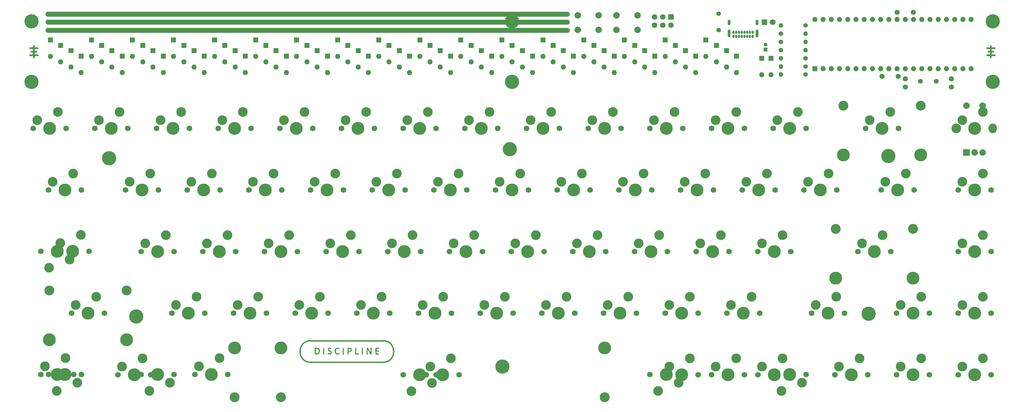
<source format=gbr>
%TF.GenerationSoftware,KiCad,Pcbnew,(6.0.6)*%
%TF.CreationDate,2023-05-08T18:10:17+05:30*%
%TF.ProjectId,discipline-pcb,64697363-6970-46c6-996e-652d7063622e,rev?*%
%TF.SameCoordinates,Original*%
%TF.FileFunction,Soldermask,Top*%
%TF.FilePolarity,Negative*%
%FSLAX46Y46*%
G04 Gerber Fmt 4.6, Leading zero omitted, Abs format (unit mm)*
G04 Created by KiCad (PCBNEW (6.0.6)) date 2023-05-08 18:10:17*
%MOMM*%
%LPD*%
G01*
G04 APERTURE LIST*
%ADD10C,1.500000*%
%ADD11C,0.010000*%
%ADD12C,0.400000*%
%ADD13C,3.987800*%
%ADD14C,3.000000*%
%ADD15C,1.750000*%
%ADD16C,3.048000*%
%ADD17C,4.400000*%
%ADD18R,1.600000X1.600000*%
%ADD19O,1.600000X1.600000*%
%ADD20C,1.400000*%
%ADD21O,1.400000X1.400000*%
%ADD22C,2.000000*%
%ADD23R,1.800000X1.800000*%
%ADD24C,1.800000*%
%ADD25R,1.200000X1.200000*%
%ADD26C,1.200000*%
%ADD27C,1.600000*%
%ADD28O,0.650000X1.000000*%
%ADD29O,0.900000X1.700000*%
%ADD30O,0.900000X2.400000*%
%ADD31C,1.500000*%
%ADD32R,1.700000X1.700000*%
%ADD33C,1.700000*%
%ADD34R,2.000000X2.000000*%
%ADD35O,3.000000X3.000000*%
%ADD36O,2.500000X3.000000*%
G04 APERTURE END LIST*
D10*
X223254308Y-64469560D02*
X62883004Y-64469560D01*
X223254308Y-61986290D02*
X62883004Y-61986290D01*
X223254308Y-59503020D02*
X62883004Y-59503020D01*
%TO.C,G\u002A\u002A\u002A*%
G36*
X58671725Y-69739610D02*
G01*
X59241108Y-69741787D01*
X59810491Y-69743963D01*
X59810491Y-70150363D01*
X58671725Y-70154715D01*
X58671725Y-70814996D01*
X59391392Y-70814996D01*
X59391392Y-71246796D01*
X58671725Y-71246796D01*
X58671725Y-71924010D01*
X59241108Y-71926187D01*
X59810491Y-71928363D01*
X59812754Y-72142146D01*
X59815016Y-72355929D01*
X58671725Y-72355929D01*
X58671725Y-72973996D01*
X58231458Y-72973996D01*
X58231458Y-72355929D01*
X57096925Y-72355929D01*
X57096925Y-71924130D01*
X58231458Y-71924130D01*
X58231458Y-71246796D01*
X57520258Y-71246796D01*
X57520258Y-70814996D01*
X58231458Y-70814996D01*
X58231458Y-70154596D01*
X57096925Y-70154596D01*
X57096925Y-69739730D01*
X58231239Y-69739730D01*
X58235691Y-69151296D01*
X58453708Y-69149037D01*
X58671725Y-69146777D01*
X58671725Y-69739610D01*
G37*
D11*
X58671725Y-69739610D02*
X59241108Y-69741787D01*
X59810491Y-69743963D01*
X59810491Y-70150363D01*
X58671725Y-70154715D01*
X58671725Y-70814996D01*
X59391392Y-70814996D01*
X59391392Y-71246796D01*
X58671725Y-71246796D01*
X58671725Y-71924010D01*
X59241108Y-71926187D01*
X59810491Y-71928363D01*
X59812754Y-72142146D01*
X59815016Y-72355929D01*
X58671725Y-72355929D01*
X58671725Y-72973996D01*
X58231458Y-72973996D01*
X58231458Y-72355929D01*
X57096925Y-72355929D01*
X57096925Y-71924130D01*
X58231458Y-71924130D01*
X58231458Y-71246796D01*
X57520258Y-71246796D01*
X57520258Y-70814996D01*
X58231458Y-70814996D01*
X58231458Y-70154596D01*
X57096925Y-70154596D01*
X57096925Y-69739730D01*
X58231239Y-69739730D01*
X58235691Y-69151296D01*
X58453708Y-69149037D01*
X58671725Y-69146777D01*
X58671725Y-69739610D01*
G36*
X354287356Y-69739610D02*
G01*
X354856739Y-69741787D01*
X355426122Y-69743963D01*
X355426122Y-70150363D01*
X354287356Y-70154715D01*
X354287356Y-70814996D01*
X355007023Y-70814996D01*
X355007023Y-71246796D01*
X354287356Y-71246796D01*
X354287356Y-71924010D01*
X354856739Y-71926187D01*
X355426122Y-71928363D01*
X355428385Y-72142146D01*
X355430647Y-72355929D01*
X354287356Y-72355929D01*
X354287356Y-72973996D01*
X353847089Y-72973996D01*
X353847089Y-72355929D01*
X352712556Y-72355929D01*
X352712556Y-71924130D01*
X353847089Y-71924130D01*
X353847089Y-71246796D01*
X353135889Y-71246796D01*
X353135889Y-70814996D01*
X353847089Y-70814996D01*
X353847089Y-70154596D01*
X352712556Y-70154596D01*
X352712556Y-69739730D01*
X353846870Y-69739730D01*
X353851322Y-69151296D01*
X354069339Y-69149037D01*
X354287356Y-69146777D01*
X354287356Y-69739610D01*
G37*
X354287356Y-69739610D02*
X354856739Y-69741787D01*
X355426122Y-69743963D01*
X355426122Y-70150363D01*
X354287356Y-70154715D01*
X354287356Y-70814996D01*
X355007023Y-70814996D01*
X355007023Y-71246796D01*
X354287356Y-71246796D01*
X354287356Y-71924010D01*
X354856739Y-71926187D01*
X355426122Y-71928363D01*
X355428385Y-72142146D01*
X355430647Y-72355929D01*
X354287356Y-72355929D01*
X354287356Y-72973996D01*
X353847089Y-72973996D01*
X353847089Y-72355929D01*
X352712556Y-72355929D01*
X352712556Y-71924130D01*
X353847089Y-71924130D01*
X353847089Y-71246796D01*
X353135889Y-71246796D01*
X353135889Y-70814996D01*
X353847089Y-70814996D01*
X353847089Y-70154596D01*
X352712556Y-70154596D01*
X352712556Y-69739730D01*
X353846870Y-69739730D01*
X353851322Y-69151296D01*
X354069339Y-69149037D01*
X354287356Y-69146777D01*
X354287356Y-69739610D01*
D12*
X144037456Y-167154210D02*
X166337456Y-167154210D01*
X144057456Y-160474210D02*
X166337456Y-160474210D01*
X166327456Y-167154210D02*
G75*
G03*
X166327456Y-160474210I0J3340000D01*
G01*
X144027456Y-160474210D02*
G75*
G03*
X144027456Y-167154210I0J-3340000D01*
G01*
G36*
X154155374Y-164646292D02*
G01*
X154040082Y-164646292D01*
X153959195Y-164635741D01*
X153911587Y-164609863D01*
X153908977Y-164605085D01*
X153905221Y-164562951D01*
X153902376Y-164464122D01*
X153900505Y-164317194D01*
X153899669Y-164130761D01*
X153899931Y-163913418D01*
X153901352Y-163673761D01*
X153901840Y-163617489D01*
X153910515Y-162671099D01*
X154032944Y-162660967D01*
X154155374Y-162650834D01*
X154155374Y-164646292D01*
G37*
D11*
X154155374Y-164646292D02*
X154040082Y-164646292D01*
X153959195Y-164635741D01*
X153911587Y-164609863D01*
X153908977Y-164605085D01*
X153905221Y-164562951D01*
X153902376Y-164464122D01*
X153900505Y-164317194D01*
X153899669Y-164130761D01*
X153899931Y-163913418D01*
X153901352Y-163673761D01*
X153901840Y-163617489D01*
X153910515Y-162671099D01*
X154032944Y-162660967D01*
X154155374Y-162650834D01*
X154155374Y-164646292D01*
G36*
X150058620Y-162650150D02*
G01*
X150181691Y-162684296D01*
X150274180Y-162728554D01*
X150316406Y-162773391D01*
X150334272Y-162857763D01*
X150327489Y-162931595D01*
X150307760Y-162961945D01*
X150264101Y-162958916D01*
X150187416Y-162930900D01*
X150153942Y-162914901D01*
X149996013Y-162858251D01*
X149846929Y-162847564D01*
X149717597Y-162878974D01*
X149618923Y-162948617D01*
X149561814Y-163052629D01*
X149552032Y-163128169D01*
X149575421Y-163240997D01*
X149649293Y-163340158D01*
X149779204Y-163431459D01*
X149898620Y-163490354D01*
X150125834Y-163606298D01*
X150289152Y-163724770D01*
X150372520Y-163819849D01*
X150414719Y-163927832D01*
X150432425Y-164068767D01*
X150424946Y-164214800D01*
X150391589Y-164338078D01*
X150385724Y-164350194D01*
X150276350Y-164493769D01*
X150122757Y-164598390D01*
X149935744Y-164660265D01*
X149726111Y-164675603D01*
X149535708Y-164648620D01*
X149419119Y-164610095D01*
X149316971Y-164558593D01*
X149253173Y-164506351D01*
X149250539Y-164502652D01*
X149229230Y-164437173D01*
X149229852Y-164361057D01*
X149251456Y-164308359D01*
X149256050Y-164304820D01*
X149300715Y-164307535D01*
X149379113Y-164335935D01*
X149422808Y-164356995D01*
X149596979Y-164424087D01*
X149764628Y-164446056D01*
X149915771Y-164426186D01*
X150040425Y-164367761D01*
X150128607Y-164274064D01*
X150170333Y-164148378D01*
X150172340Y-164110470D01*
X150150853Y-164021260D01*
X150082869Y-163932090D01*
X149963105Y-163838044D01*
X149786278Y-163734206D01*
X149744317Y-163712201D01*
X149560379Y-163608427D01*
X149431276Y-163511457D01*
X149348801Y-163411095D01*
X149304745Y-163297144D01*
X149290899Y-163159409D01*
X149290849Y-163148930D01*
X149316523Y-162961799D01*
X149393178Y-162815336D01*
X149520261Y-162710107D01*
X149697220Y-162646681D01*
X149793478Y-162631877D01*
X149923154Y-162631036D01*
X150058620Y-162650150D01*
G37*
X150058620Y-162650150D02*
X150181691Y-162684296D01*
X150274180Y-162728554D01*
X150316406Y-162773391D01*
X150334272Y-162857763D01*
X150327489Y-162931595D01*
X150307760Y-162961945D01*
X150264101Y-162958916D01*
X150187416Y-162930900D01*
X150153942Y-162914901D01*
X149996013Y-162858251D01*
X149846929Y-162847564D01*
X149717597Y-162878974D01*
X149618923Y-162948617D01*
X149561814Y-163052629D01*
X149552032Y-163128169D01*
X149575421Y-163240997D01*
X149649293Y-163340158D01*
X149779204Y-163431459D01*
X149898620Y-163490354D01*
X150125834Y-163606298D01*
X150289152Y-163724770D01*
X150372520Y-163819849D01*
X150414719Y-163927832D01*
X150432425Y-164068767D01*
X150424946Y-164214800D01*
X150391589Y-164338078D01*
X150385724Y-164350194D01*
X150276350Y-164493769D01*
X150122757Y-164598390D01*
X149935744Y-164660265D01*
X149726111Y-164675603D01*
X149535708Y-164648620D01*
X149419119Y-164610095D01*
X149316971Y-164558593D01*
X149253173Y-164506351D01*
X149250539Y-164502652D01*
X149229230Y-164437173D01*
X149229852Y-164361057D01*
X149251456Y-164308359D01*
X149256050Y-164304820D01*
X149300715Y-164307535D01*
X149379113Y-164335935D01*
X149422808Y-164356995D01*
X149596979Y-164424087D01*
X149764628Y-164446056D01*
X149915771Y-164426186D01*
X150040425Y-164367761D01*
X150128607Y-164274064D01*
X150170333Y-164148378D01*
X150172340Y-164110470D01*
X150150853Y-164021260D01*
X150082869Y-163932090D01*
X149963105Y-163838044D01*
X149786278Y-163734206D01*
X149744317Y-163712201D01*
X149560379Y-163608427D01*
X149431276Y-163511457D01*
X149348801Y-163411095D01*
X149304745Y-163297144D01*
X149290899Y-163159409D01*
X149290849Y-163148930D01*
X149316523Y-162961799D01*
X149393178Y-162815336D01*
X149520261Y-162710107D01*
X149697220Y-162646681D01*
X149793478Y-162631877D01*
X149923154Y-162631036D01*
X150058620Y-162650150D01*
G36*
X148131852Y-164629968D02*
G01*
X148025522Y-164640216D01*
X147939522Y-164635155D01*
X147902579Y-164607170D01*
X147898618Y-164564485D01*
X147895587Y-164465130D01*
X147893557Y-164317724D01*
X147892596Y-164130887D01*
X147892773Y-163913238D01*
X147894159Y-163673398D01*
X147894642Y-163617489D01*
X147903317Y-162671099D01*
X148131852Y-162671099D01*
X148131852Y-164629968D01*
G37*
X148131852Y-164629968D02*
X148025522Y-164640216D01*
X147939522Y-164635155D01*
X147902579Y-164607170D01*
X147898618Y-164564485D01*
X147895587Y-164465130D01*
X147893557Y-164317724D01*
X147892596Y-164130887D01*
X147892773Y-163913238D01*
X147894159Y-163673398D01*
X147894642Y-163617489D01*
X147903317Y-162671099D01*
X148131852Y-162671099D01*
X148131852Y-164629968D01*
G36*
X145844792Y-162663531D02*
G01*
X146057901Y-162687634D01*
X146234495Y-162736457D01*
X146387427Y-162812457D01*
X146394580Y-162816950D01*
X146546193Y-162950535D01*
X146660045Y-163130150D01*
X146732980Y-163346453D01*
X146761840Y-163590101D01*
X146743731Y-163850102D01*
X146681412Y-164098167D01*
X146579948Y-164296471D01*
X146436000Y-164449859D01*
X146254602Y-164559414D01*
X146163426Y-164588215D01*
X146035359Y-164612240D01*
X145884217Y-164630801D01*
X145723819Y-164643212D01*
X145567982Y-164648785D01*
X145430523Y-164646834D01*
X145325259Y-164636671D01*
X145266009Y-164617610D01*
X145258782Y-164608931D01*
X145254647Y-164565780D01*
X145251459Y-164465980D01*
X145250753Y-164417758D01*
X145503703Y-164417758D01*
X145757967Y-164417758D01*
X145915175Y-164412346D01*
X146032635Y-164393063D01*
X146135227Y-164355341D01*
X146157903Y-164344300D01*
X146295793Y-164246591D01*
X146392863Y-164109937D01*
X146452488Y-163927864D01*
X146476152Y-163734335D01*
X146474971Y-163502917D01*
X146439735Y-163316878D01*
X146367335Y-163164100D01*
X146310872Y-163090229D01*
X146204191Y-162989823D01*
X146084972Y-162926035D01*
X145936269Y-162892618D01*
X145749610Y-162883310D01*
X145503703Y-162883310D01*
X145503703Y-164417758D01*
X145250753Y-164417758D01*
X145249295Y-164318171D01*
X145248228Y-164130992D01*
X145248335Y-163913086D01*
X145249689Y-163673092D01*
X145250169Y-163617489D01*
X145256898Y-162883310D01*
X145258844Y-162671099D01*
X145582316Y-162661693D01*
X145844792Y-162663531D01*
G37*
X145844792Y-162663531D02*
X146057901Y-162687634D01*
X146234495Y-162736457D01*
X146387427Y-162812457D01*
X146394580Y-162816950D01*
X146546193Y-162950535D01*
X146660045Y-163130150D01*
X146732980Y-163346453D01*
X146761840Y-163590101D01*
X146743731Y-163850102D01*
X146681412Y-164098167D01*
X146579948Y-164296471D01*
X146436000Y-164449859D01*
X146254602Y-164559414D01*
X146163426Y-164588215D01*
X146035359Y-164612240D01*
X145884217Y-164630801D01*
X145723819Y-164643212D01*
X145567982Y-164648785D01*
X145430523Y-164646834D01*
X145325259Y-164636671D01*
X145266009Y-164617610D01*
X145258782Y-164608931D01*
X145254647Y-164565780D01*
X145251459Y-164465980D01*
X145250753Y-164417758D01*
X145503703Y-164417758D01*
X145757967Y-164417758D01*
X145915175Y-164412346D01*
X146032635Y-164393063D01*
X146135227Y-164355341D01*
X146157903Y-164344300D01*
X146295793Y-164246591D01*
X146392863Y-164109937D01*
X146452488Y-163927864D01*
X146476152Y-163734335D01*
X146474971Y-163502917D01*
X146439735Y-163316878D01*
X146367335Y-163164100D01*
X146310872Y-163090229D01*
X146204191Y-162989823D01*
X146084972Y-162926035D01*
X145936269Y-162892618D01*
X145749610Y-162883310D01*
X145503703Y-162883310D01*
X145503703Y-164417758D01*
X145250753Y-164417758D01*
X145249295Y-164318171D01*
X145248228Y-164130992D01*
X145248335Y-163913086D01*
X145249689Y-163673092D01*
X145250169Y-163617489D01*
X145256898Y-162883310D01*
X145258844Y-162671099D01*
X145582316Y-162661693D01*
X145844792Y-162663531D01*
G36*
X155863650Y-162660711D02*
G01*
X156033793Y-162669015D01*
X156154340Y-162680525D01*
X156240993Y-162698121D01*
X156309451Y-162724684D01*
X156356603Y-162751175D01*
X156483192Y-162851186D01*
X156561203Y-162971445D01*
X156597976Y-163126571D01*
X156603301Y-163242436D01*
X156579591Y-163453977D01*
X156508446Y-163622394D01*
X156388472Y-163748994D01*
X156218272Y-163835080D01*
X155996453Y-163881960D01*
X155912375Y-163889009D01*
X155657173Y-163903782D01*
X155657173Y-164646292D01*
X155548347Y-164646292D01*
X155467677Y-164640319D01*
X155419230Y-164625812D01*
X155417756Y-164624527D01*
X155412174Y-164587498D01*
X155407121Y-164493586D01*
X155402789Y-164351203D01*
X155399368Y-164168760D01*
X155397049Y-163954668D01*
X155396024Y-163717340D01*
X155395991Y-163665414D01*
X155396428Y-163387409D01*
X155397256Y-163269643D01*
X155657173Y-163269643D01*
X155658914Y-163422368D01*
X155663650Y-163550448D01*
X155670653Y-163640207D01*
X155678938Y-163677740D01*
X155730938Y-163694686D01*
X155824375Y-163698293D01*
X155936910Y-163689223D01*
X156046201Y-163668137D01*
X156051371Y-163666725D01*
X156190303Y-163602535D01*
X156281681Y-163497595D01*
X156329504Y-163346643D01*
X156335892Y-163292377D01*
X156341468Y-163185561D01*
X156329626Y-163116034D01*
X156290997Y-163056290D01*
X156235758Y-162998296D01*
X156171379Y-162937956D01*
X156115104Y-162903537D01*
X156045070Y-162887790D01*
X155939416Y-162883466D01*
X155888973Y-162883310D01*
X155657173Y-162883310D01*
X155657173Y-163269643D01*
X155397256Y-163269643D01*
X155397972Y-163167721D01*
X155400974Y-162999379D01*
X155405476Y-162883310D01*
X155405783Y-162875408D01*
X155412749Y-162788836D01*
X155422223Y-162732690D01*
X155434555Y-162699996D01*
X155445090Y-162687318D01*
X155493218Y-162668250D01*
X155585445Y-162658270D01*
X155729471Y-162656887D01*
X155863650Y-162660711D01*
G37*
X155863650Y-162660711D02*
X156033793Y-162669015D01*
X156154340Y-162680525D01*
X156240993Y-162698121D01*
X156309451Y-162724684D01*
X156356603Y-162751175D01*
X156483192Y-162851186D01*
X156561203Y-162971445D01*
X156597976Y-163126571D01*
X156603301Y-163242436D01*
X156579591Y-163453977D01*
X156508446Y-163622394D01*
X156388472Y-163748994D01*
X156218272Y-163835080D01*
X155996453Y-163881960D01*
X155912375Y-163889009D01*
X155657173Y-163903782D01*
X155657173Y-164646292D01*
X155548347Y-164646292D01*
X155467677Y-164640319D01*
X155419230Y-164625812D01*
X155417756Y-164624527D01*
X155412174Y-164587498D01*
X155407121Y-164493586D01*
X155402789Y-164351203D01*
X155399368Y-164168760D01*
X155397049Y-163954668D01*
X155396024Y-163717340D01*
X155395991Y-163665414D01*
X155396428Y-163387409D01*
X155397256Y-163269643D01*
X155657173Y-163269643D01*
X155658914Y-163422368D01*
X155663650Y-163550448D01*
X155670653Y-163640207D01*
X155678938Y-163677740D01*
X155730938Y-163694686D01*
X155824375Y-163698293D01*
X155936910Y-163689223D01*
X156046201Y-163668137D01*
X156051371Y-163666725D01*
X156190303Y-163602535D01*
X156281681Y-163497595D01*
X156329504Y-163346643D01*
X156335892Y-163292377D01*
X156341468Y-163185561D01*
X156329626Y-163116034D01*
X156290997Y-163056290D01*
X156235758Y-162998296D01*
X156171379Y-162937956D01*
X156115104Y-162903537D01*
X156045070Y-162887790D01*
X155939416Y-162883466D01*
X155888973Y-162883310D01*
X155657173Y-162883310D01*
X155657173Y-163269643D01*
X155397256Y-163269643D01*
X155397972Y-163167721D01*
X155400974Y-162999379D01*
X155405476Y-162883310D01*
X155405783Y-162875408D01*
X155412749Y-162788836D01*
X155422223Y-162732690D01*
X155434555Y-162699996D01*
X155445090Y-162687318D01*
X155493218Y-162668250D01*
X155585445Y-162658270D01*
X155729471Y-162656887D01*
X155863650Y-162660711D01*
G36*
X162734069Y-163640268D02*
G01*
X162725425Y-164629968D01*
X162611158Y-164639583D01*
X162517601Y-164634566D01*
X162445477Y-164609338D01*
X162442159Y-164606936D01*
X162412497Y-164568132D01*
X162356197Y-164479783D01*
X162277860Y-164349678D01*
X162182092Y-164185608D01*
X162073495Y-163995362D01*
X161956674Y-163786732D01*
X161944856Y-163765409D01*
X161502285Y-162966146D01*
X161493546Y-163798057D01*
X161484808Y-164629968D01*
X161378221Y-164640235D01*
X161271634Y-164650501D01*
X161280277Y-163660800D01*
X161288921Y-162671099D01*
X161440339Y-162661298D01*
X161541129Y-162660739D01*
X161603506Y-162681279D01*
X161652550Y-162730572D01*
X161684699Y-162780561D01*
X161742835Y-162879148D01*
X161821926Y-163017470D01*
X161916944Y-163186666D01*
X162022859Y-163377872D01*
X162105117Y-163527999D01*
X162496890Y-164246351D01*
X162529538Y-162671099D01*
X162636125Y-162660833D01*
X162742713Y-162650567D01*
X162734069Y-163640268D01*
G37*
X162734069Y-163640268D02*
X162725425Y-164629968D01*
X162611158Y-164639583D01*
X162517601Y-164634566D01*
X162445477Y-164609338D01*
X162442159Y-164606936D01*
X162412497Y-164568132D01*
X162356197Y-164479783D01*
X162277860Y-164349678D01*
X162182092Y-164185608D01*
X162073495Y-163995362D01*
X161956674Y-163786732D01*
X161944856Y-163765409D01*
X161502285Y-162966146D01*
X161493546Y-163798057D01*
X161484808Y-164629968D01*
X161378221Y-164640235D01*
X161271634Y-164650501D01*
X161280277Y-163660800D01*
X161288921Y-162671099D01*
X161440339Y-162661298D01*
X161541129Y-162660739D01*
X161603506Y-162681279D01*
X161652550Y-162730572D01*
X161684699Y-162780561D01*
X161742835Y-162879148D01*
X161821926Y-163017470D01*
X161916944Y-163186666D01*
X162022859Y-163377872D01*
X162105117Y-163527999D01*
X162496890Y-164246351D01*
X162529538Y-162671099D01*
X162636125Y-162660833D01*
X162742713Y-162650567D01*
X162734069Y-163640268D01*
G36*
X164749072Y-162655368D02*
G01*
X164884771Y-162657925D01*
X164975079Y-162663614D01*
X165029945Y-162673607D01*
X165059319Y-162689070D01*
X165073151Y-162711174D01*
X165074608Y-162715472D01*
X165081021Y-162794519D01*
X165073315Y-162829739D01*
X165056010Y-162852466D01*
X165017542Y-162867835D01*
X164947162Y-162877197D01*
X164834122Y-162881902D01*
X164667674Y-162883300D01*
X164646928Y-162883310D01*
X164241098Y-162883310D01*
X164250485Y-163185303D01*
X164259872Y-163487295D01*
X164610836Y-163496561D01*
X164961800Y-163505828D01*
X164961800Y-163699506D01*
X164243548Y-163699506D01*
X164243548Y-164415807D01*
X165076068Y-164434081D01*
X165076068Y-164629968D01*
X164569186Y-164638922D01*
X164353731Y-164640947D01*
X164197101Y-164638059D01*
X164092985Y-164629900D01*
X164035072Y-164616111D01*
X164022335Y-164607907D01*
X164009968Y-164563582D01*
X163999695Y-164464305D01*
X163991522Y-164320384D01*
X163985452Y-164142124D01*
X163981490Y-163939834D01*
X163979639Y-163723818D01*
X163979905Y-163504386D01*
X163982291Y-163291842D01*
X163986802Y-163096495D01*
X163993442Y-162928651D01*
X164002214Y-162798616D01*
X164013125Y-162716699D01*
X164021543Y-162693953D01*
X164067798Y-162676565D01*
X164168692Y-162664409D01*
X164327682Y-162657231D01*
X164548224Y-162654779D01*
X164558032Y-162654776D01*
X164749072Y-162655368D01*
G37*
X164749072Y-162655368D02*
X164884771Y-162657925D01*
X164975079Y-162663614D01*
X165029945Y-162673607D01*
X165059319Y-162689070D01*
X165073151Y-162711174D01*
X165074608Y-162715472D01*
X165081021Y-162794519D01*
X165073315Y-162829739D01*
X165056010Y-162852466D01*
X165017542Y-162867835D01*
X164947162Y-162877197D01*
X164834122Y-162881902D01*
X164667674Y-162883300D01*
X164646928Y-162883310D01*
X164241098Y-162883310D01*
X164250485Y-163185303D01*
X164259872Y-163487295D01*
X164610836Y-163496561D01*
X164961800Y-163505828D01*
X164961800Y-163699506D01*
X164243548Y-163699506D01*
X164243548Y-164415807D01*
X165076068Y-164434081D01*
X165076068Y-164629968D01*
X164569186Y-164638922D01*
X164353731Y-164640947D01*
X164197101Y-164638059D01*
X164092985Y-164629900D01*
X164035072Y-164616111D01*
X164022335Y-164607907D01*
X164009968Y-164563582D01*
X163999695Y-164464305D01*
X163991522Y-164320384D01*
X163985452Y-164142124D01*
X163981490Y-163939834D01*
X163979639Y-163723818D01*
X163979905Y-163504386D01*
X163982291Y-163291842D01*
X163986802Y-163096495D01*
X163993442Y-162928651D01*
X164002214Y-162798616D01*
X164013125Y-162716699D01*
X164021543Y-162693953D01*
X164067798Y-162676565D01*
X164168692Y-162664409D01*
X164327682Y-162657231D01*
X164548224Y-162654779D01*
X164558032Y-162654776D01*
X164749072Y-162655368D01*
G36*
X157869063Y-162660967D02*
G01*
X157991492Y-162671099D01*
X158008878Y-164415629D01*
X158742392Y-164434081D01*
X158742392Y-164629968D01*
X158267114Y-164638967D01*
X158097108Y-164640682D01*
X157950808Y-164639315D01*
X157840400Y-164635199D01*
X157778070Y-164628668D01*
X157769235Y-164625364D01*
X157763550Y-164588205D01*
X157758388Y-164493994D01*
X157753938Y-164350974D01*
X157750385Y-164167387D01*
X157747916Y-163951478D01*
X157746718Y-163711488D01*
X157746633Y-163626798D01*
X157746633Y-162650834D01*
X157869063Y-162660967D01*
G37*
X157869063Y-162660967D02*
X157991492Y-162671099D01*
X158008878Y-164415629D01*
X158742392Y-164434081D01*
X158742392Y-164629968D01*
X158267114Y-164638967D01*
X158097108Y-164640682D01*
X157950808Y-164639315D01*
X157840400Y-164635199D01*
X157778070Y-164628668D01*
X157769235Y-164625364D01*
X157763550Y-164588205D01*
X157758388Y-164493994D01*
X157753938Y-164350974D01*
X157750385Y-164167387D01*
X157747916Y-163951478D01*
X157746718Y-163711488D01*
X157746633Y-163626798D01*
X157746633Y-162650834D01*
X157869063Y-162660967D01*
G36*
X152408386Y-162635959D02*
G01*
X152621244Y-162690119D01*
X152679962Y-162716878D01*
X152784487Y-162784344D01*
X152836756Y-162860616D01*
X152849461Y-162949349D01*
X152834489Y-163012693D01*
X152786729Y-163026512D01*
X152701921Y-162991031D01*
X152651765Y-162959858D01*
X152513590Y-162891158D01*
X152352941Y-162860803D01*
X152332306Y-162859344D01*
X152143062Y-162872186D01*
X151989583Y-162938547D01*
X151866387Y-163061565D01*
X151806649Y-163160111D01*
X151768065Y-163242415D01*
X151743490Y-163320306D01*
X151729877Y-163412270D01*
X151724181Y-163536793D01*
X151723274Y-163666152D01*
X151725317Y-163830258D01*
X151733073Y-163946696D01*
X151749257Y-164033021D01*
X151776585Y-164106793D01*
X151798048Y-164149694D01*
X151908533Y-164293309D01*
X152054800Y-164390362D01*
X152224605Y-164438527D01*
X152405703Y-164435479D01*
X152585849Y-164378891D01*
X152687818Y-164318677D01*
X152759436Y-164274662D01*
X152811380Y-164254634D01*
X152813691Y-164254519D01*
X152844489Y-164280286D01*
X152849916Y-164343086D01*
X152833021Y-164421166D01*
X152796856Y-164492776D01*
X152777122Y-164515256D01*
X152656447Y-164591254D01*
X152493250Y-164643959D01*
X152307205Y-164669959D01*
X152117982Y-164665847D01*
X152012312Y-164647796D01*
X151824801Y-164571180D01*
X151668871Y-164441890D01*
X151547844Y-164266117D01*
X151465039Y-164050050D01*
X151423778Y-163799878D01*
X151424759Y-163552590D01*
X151466364Y-163300088D01*
X151547477Y-163078068D01*
X151663241Y-162897078D01*
X151776084Y-162789979D01*
X151967945Y-162687333D01*
X152184666Y-162635512D01*
X152408386Y-162635959D01*
G37*
X152408386Y-162635959D02*
X152621244Y-162690119D01*
X152679962Y-162716878D01*
X152784487Y-162784344D01*
X152836756Y-162860616D01*
X152849461Y-162949349D01*
X152834489Y-163012693D01*
X152786729Y-163026512D01*
X152701921Y-162991031D01*
X152651765Y-162959858D01*
X152513590Y-162891158D01*
X152352941Y-162860803D01*
X152332306Y-162859344D01*
X152143062Y-162872186D01*
X151989583Y-162938547D01*
X151866387Y-163061565D01*
X151806649Y-163160111D01*
X151768065Y-163242415D01*
X151743490Y-163320306D01*
X151729877Y-163412270D01*
X151724181Y-163536793D01*
X151723274Y-163666152D01*
X151725317Y-163830258D01*
X151733073Y-163946696D01*
X151749257Y-164033021D01*
X151776585Y-164106793D01*
X151798048Y-164149694D01*
X151908533Y-164293309D01*
X152054800Y-164390362D01*
X152224605Y-164438527D01*
X152405703Y-164435479D01*
X152585849Y-164378891D01*
X152687818Y-164318677D01*
X152759436Y-164274662D01*
X152811380Y-164254634D01*
X152813691Y-164254519D01*
X152844489Y-164280286D01*
X152849916Y-164343086D01*
X152833021Y-164421166D01*
X152796856Y-164492776D01*
X152777122Y-164515256D01*
X152656447Y-164591254D01*
X152493250Y-164643959D01*
X152307205Y-164669959D01*
X152117982Y-164665847D01*
X152012312Y-164647796D01*
X151824801Y-164571180D01*
X151668871Y-164441890D01*
X151547844Y-164266117D01*
X151465039Y-164050050D01*
X151423778Y-163799878D01*
X151424759Y-163552590D01*
X151466364Y-163300088D01*
X151547477Y-163078068D01*
X151663241Y-162897078D01*
X151776084Y-162789979D01*
X151967945Y-162687333D01*
X152184666Y-162635512D01*
X152408386Y-162635959D01*
G36*
X159893227Y-162660967D02*
G01*
X160015656Y-162671099D01*
X160015656Y-164629968D01*
X159770798Y-164650234D01*
X159770798Y-162650834D01*
X159893227Y-162660967D01*
G37*
X159893227Y-162660967D02*
X160015656Y-162671099D01*
X160015656Y-164629968D01*
X159770798Y-164650234D01*
X159770798Y-162650834D01*
X159893227Y-162660967D01*
%TD*%
D13*
%TO.C,SW1*%
X63338710Y-94771210D03*
D14*
X65878710Y-89691210D03*
D15*
X58258710Y-94771210D03*
X68418710Y-94771210D03*
D14*
X59528710Y-92231210D03*
%TD*%
D15*
%TO.C,SW2*%
X77308710Y-94771210D03*
D13*
X82388710Y-94771210D03*
D15*
X87468710Y-94771210D03*
D14*
X78578710Y-92231210D03*
X84928710Y-89691210D03*
%TD*%
D15*
%TO.C,SW3*%
X106518710Y-94771210D03*
D14*
X97628710Y-92231210D03*
D15*
X96358710Y-94771210D03*
D13*
X101438710Y-94771210D03*
D14*
X103978710Y-89691210D03*
%TD*%
D15*
%TO.C,SW4*%
X125568710Y-94771210D03*
D14*
X116678710Y-92231210D03*
X123028710Y-89691210D03*
D13*
X120488710Y-94771210D03*
D15*
X115408710Y-94771210D03*
%TD*%
D13*
%TO.C,SW5*%
X139538710Y-94771210D03*
D15*
X134458710Y-94771210D03*
X144618710Y-94771210D03*
D14*
X142078710Y-89691210D03*
X135728710Y-92231210D03*
%TD*%
D15*
%TO.C,SW6*%
X163668710Y-94771210D03*
D14*
X161128710Y-89691210D03*
D13*
X158588710Y-94771210D03*
D14*
X154778710Y-92231210D03*
D15*
X153508710Y-94771210D03*
%TD*%
D13*
%TO.C,SW7*%
X177638710Y-94771210D03*
D14*
X173828710Y-92231210D03*
X180178710Y-89691210D03*
D15*
X172558710Y-94771210D03*
X182718710Y-94771210D03*
%TD*%
D14*
%TO.C,SW8*%
X192878710Y-92231210D03*
D13*
X196688710Y-94771210D03*
D15*
X201768710Y-94771210D03*
D14*
X199228710Y-89691210D03*
D15*
X191608710Y-94771210D03*
%TD*%
D14*
%TO.C,SW9*%
X218278710Y-89691210D03*
D13*
X215738710Y-94771210D03*
D15*
X210658710Y-94771210D03*
X220818710Y-94771210D03*
D14*
X211928710Y-92231210D03*
%TD*%
D15*
%TO.C,SW10*%
X239868710Y-94771210D03*
D13*
X234788710Y-94771210D03*
D15*
X229708710Y-94771210D03*
D14*
X237328710Y-89691210D03*
X230978710Y-92231210D03*
%TD*%
%TO.C,SW11*%
X256378710Y-89691210D03*
D15*
X248758710Y-94771210D03*
D14*
X250028710Y-92231210D03*
D15*
X258918710Y-94771210D03*
D13*
X253838710Y-94771210D03*
%TD*%
%TO.C,SW12*%
X272888710Y-94771210D03*
D14*
X269078710Y-92231210D03*
X275428710Y-89691210D03*
D15*
X277968710Y-94771210D03*
X267808710Y-94771210D03*
%TD*%
D14*
%TO.C,SW13*%
X288128710Y-92231210D03*
X294478710Y-89691210D03*
D15*
X297018710Y-94771210D03*
X286858710Y-94771210D03*
D13*
X291938710Y-94771210D03*
%TD*%
D15*
%TO.C,SW15*%
X354168710Y-94771210D03*
D14*
X345278710Y-92231210D03*
D15*
X344008710Y-94771210D03*
D14*
X351628710Y-89691210D03*
D13*
X349088710Y-94771210D03*
%TD*%
%TO.C,SW17*%
X91913710Y-113821210D03*
D14*
X94453710Y-108741210D03*
D15*
X96993710Y-113821210D03*
D14*
X88103710Y-111281210D03*
D15*
X86833710Y-113821210D03*
%TD*%
%TO.C,SW18*%
X105883710Y-113821210D03*
D13*
X110963710Y-113821210D03*
D14*
X113503710Y-108741210D03*
D15*
X116043710Y-113821210D03*
D14*
X107153710Y-111281210D03*
%TD*%
%TO.C,SW19*%
X132553710Y-108741210D03*
X126203710Y-111281210D03*
D13*
X130013710Y-113821210D03*
D15*
X135093710Y-113821210D03*
X124933710Y-113821210D03*
%TD*%
D13*
%TO.C,SW20*%
X149063710Y-113821210D03*
D15*
X143983710Y-113821210D03*
D14*
X151603710Y-108741210D03*
D15*
X154143710Y-113821210D03*
D14*
X145253710Y-111281210D03*
%TD*%
%TO.C,SW21*%
X164303710Y-111281210D03*
D13*
X168113710Y-113821210D03*
D15*
X163033710Y-113821210D03*
D14*
X170653710Y-108741210D03*
D15*
X173193710Y-113821210D03*
%TD*%
D13*
%TO.C,SW22*%
X187163710Y-113821210D03*
D14*
X189703710Y-108741210D03*
D15*
X192243710Y-113821210D03*
X182083710Y-113821210D03*
D14*
X183353710Y-111281210D03*
%TD*%
%TO.C,SW23*%
X208753710Y-108741210D03*
D15*
X201133710Y-113821210D03*
X211293710Y-113821210D03*
D14*
X202403710Y-111281210D03*
D13*
X206213710Y-113821210D03*
%TD*%
D14*
%TO.C,SW24*%
X221453710Y-111281210D03*
X227803710Y-108741210D03*
D13*
X225263710Y-113821210D03*
D15*
X220183710Y-113821210D03*
X230343710Y-113821210D03*
%TD*%
%TO.C,SW25*%
X239233710Y-113821210D03*
D14*
X246853710Y-108741210D03*
D13*
X244313710Y-113821210D03*
D15*
X249393710Y-113821210D03*
D14*
X240503710Y-111281210D03*
%TD*%
D15*
%TO.C,SW26*%
X258283710Y-113821210D03*
D13*
X263363710Y-113821210D03*
D14*
X265903710Y-108741210D03*
X259553710Y-111281210D03*
D15*
X268443710Y-113821210D03*
%TD*%
%TO.C,SW27*%
X277333710Y-113821210D03*
D14*
X278603710Y-111281210D03*
D13*
X282413710Y-113821210D03*
D15*
X287493710Y-113821210D03*
D14*
X284953710Y-108741210D03*
%TD*%
%TO.C,SW28*%
X297653710Y-111281210D03*
D13*
X301463710Y-113821210D03*
D14*
X304003710Y-108741210D03*
D15*
X296383710Y-113821210D03*
X306543710Y-113821210D03*
%TD*%
D14*
%TO.C,SW30*%
X345278710Y-111281210D03*
X351628710Y-108741210D03*
D15*
X344008710Y-113821210D03*
X354168710Y-113821210D03*
D13*
X349088710Y-113821210D03*
%TD*%
D15*
%TO.C,SW32*%
X101756210Y-132871210D03*
X91596210Y-132871210D03*
D14*
X99216210Y-127791210D03*
X92866210Y-130331210D03*
D13*
X96676210Y-132871210D03*
%TD*%
D14*
%TO.C,SW33*%
X118266210Y-127791210D03*
D13*
X115726210Y-132871210D03*
D15*
X120806210Y-132871210D03*
X110646210Y-132871210D03*
D14*
X111916210Y-130331210D03*
%TD*%
%TO.C,SW34*%
X130966210Y-130331210D03*
X137316210Y-127791210D03*
D13*
X134776210Y-132871210D03*
D15*
X129696210Y-132871210D03*
X139856210Y-132871210D03*
%TD*%
%TO.C,SW35*%
X148745710Y-132871210D03*
D14*
X150015710Y-130331210D03*
D15*
X158905710Y-132871210D03*
D14*
X156365710Y-127791210D03*
D13*
X153825710Y-132871210D03*
%TD*%
D15*
%TO.C,SW36*%
X177955710Y-132871210D03*
D13*
X172875710Y-132871210D03*
D15*
X167795710Y-132871210D03*
D14*
X169065710Y-130331210D03*
X175415710Y-127791210D03*
%TD*%
%TO.C,SW37*%
X194465710Y-127791210D03*
D15*
X197005710Y-132871210D03*
D14*
X188115710Y-130331210D03*
D13*
X191925710Y-132871210D03*
D15*
X186845710Y-132871210D03*
%TD*%
D14*
%TO.C,SW38*%
X207165710Y-130331210D03*
D15*
X205895710Y-132871210D03*
D14*
X213515710Y-127791210D03*
D15*
X216055710Y-132871210D03*
D13*
X210975710Y-132871210D03*
%TD*%
D14*
%TO.C,SW39*%
X232565710Y-127791210D03*
D15*
X235105710Y-132871210D03*
D13*
X230025710Y-132871210D03*
D15*
X224945710Y-132871210D03*
D14*
X226215710Y-130331210D03*
%TD*%
D15*
%TO.C,SW40*%
X243995710Y-132871210D03*
D14*
X251615710Y-127791210D03*
X245265710Y-130331210D03*
D15*
X254155710Y-132871210D03*
D13*
X249075710Y-132871210D03*
%TD*%
D15*
%TO.C,SW41*%
X273205710Y-132871210D03*
X263045710Y-132871210D03*
D13*
X268125710Y-132871210D03*
D14*
X264315710Y-130331210D03*
X270665710Y-127791210D03*
%TD*%
%TO.C,SW42*%
X289715710Y-127791210D03*
X283365710Y-130331210D03*
D13*
X287175710Y-132871210D03*
D15*
X292255710Y-132871210D03*
X282095710Y-132871210D03*
%TD*%
D14*
%TO.C,SW44*%
X351628710Y-127791210D03*
D15*
X344008710Y-132871210D03*
D14*
X345278710Y-130331210D03*
D15*
X354168710Y-132871210D03*
D13*
X349088710Y-132871210D03*
%TD*%
D14*
%TO.C,SW46*%
X108741210Y-146841210D03*
D15*
X101121210Y-151921210D03*
X111281210Y-151921210D03*
D14*
X102391210Y-149381210D03*
D13*
X106201210Y-151921210D03*
%TD*%
D14*
%TO.C,SW47*%
X127791210Y-146841210D03*
X121441210Y-149381210D03*
D13*
X125251210Y-151921210D03*
D15*
X120171210Y-151921210D03*
X130331210Y-151921210D03*
%TD*%
D14*
%TO.C,SW48*%
X146841210Y-146841210D03*
D15*
X139221210Y-151921210D03*
D14*
X140491210Y-149381210D03*
D13*
X144301210Y-151921210D03*
D15*
X149381210Y-151921210D03*
%TD*%
%TO.C,SW49*%
X158271710Y-151921210D03*
D14*
X159541710Y-149381210D03*
D13*
X163351710Y-151921210D03*
D15*
X168431710Y-151921210D03*
D14*
X165891710Y-146841210D03*
%TD*%
D15*
%TO.C,SW50*%
X177321710Y-151921210D03*
D14*
X184941710Y-146841210D03*
D15*
X187481710Y-151921210D03*
D14*
X178591710Y-149381210D03*
D13*
X182401710Y-151921210D03*
%TD*%
%TO.C,SW51*%
X201451710Y-151921210D03*
D14*
X197641710Y-149381210D03*
X203991710Y-146841210D03*
D15*
X196371710Y-151921210D03*
X206531710Y-151921210D03*
%TD*%
D14*
%TO.C,SW52*%
X216691710Y-149381210D03*
D13*
X220501710Y-151921210D03*
D15*
X215421710Y-151921210D03*
X225581710Y-151921210D03*
D14*
X223041710Y-146841210D03*
%TD*%
D13*
%TO.C,SW53*%
X239551710Y-151921210D03*
D14*
X235741710Y-149381210D03*
D15*
X234471710Y-151921210D03*
D14*
X242091710Y-146841210D03*
D15*
X244631710Y-151921210D03*
%TD*%
D14*
%TO.C,SW54*%
X254791710Y-149381210D03*
D13*
X258601710Y-151921210D03*
D14*
X261141710Y-146841210D03*
D15*
X253521710Y-151921210D03*
X263681710Y-151921210D03*
%TD*%
%TO.C,SW55*%
X282731710Y-151921210D03*
X272571710Y-151921210D03*
D14*
X280191710Y-146841210D03*
D13*
X277651710Y-151921210D03*
D14*
X273841710Y-149381210D03*
%TD*%
%TO.C,SW57*%
X332578710Y-146841210D03*
D15*
X324958710Y-151921210D03*
D14*
X326228710Y-149381210D03*
D15*
X335118710Y-151921210D03*
D13*
X330038710Y-151921210D03*
%TD*%
D14*
%TO.C,SW58*%
X351628710Y-146841210D03*
X345278710Y-149381210D03*
D15*
X354168710Y-151921210D03*
D13*
X349088710Y-151921210D03*
D15*
X344008710Y-151921210D03*
%TD*%
D14*
%TO.C,SW62*%
X187322710Y-165891210D03*
D13*
X184782710Y-170971210D03*
D14*
X180972710Y-168431210D03*
D15*
X189862710Y-170971210D03*
X179702710Y-170971210D03*
%TD*%
%TO.C,SW65*%
X316068710Y-170971210D03*
D13*
X310988710Y-170971210D03*
D15*
X305908710Y-170971210D03*
D14*
X313528710Y-165891210D03*
X307178710Y-168431210D03*
%TD*%
D15*
%TO.C,SW66*%
X324958710Y-170971210D03*
X335118710Y-170971210D03*
D13*
X330038710Y-170971210D03*
D14*
X326228710Y-168431210D03*
X332578710Y-165891210D03*
%TD*%
D13*
%TO.C,SW67*%
X349088710Y-170971210D03*
D14*
X345278710Y-168431210D03*
D15*
X344008710Y-170971210D03*
D14*
X351628710Y-165891210D03*
D15*
X354168710Y-170971210D03*
%TD*%
%TO.C,SW14*%
X325593710Y-94771210D03*
D14*
X316703710Y-92231210D03*
X323053710Y-89691210D03*
D13*
X320513710Y-94771210D03*
X332451710Y-103026210D03*
D15*
X315433710Y-94771210D03*
D16*
X308575710Y-87786210D03*
D13*
X308575710Y-103026210D03*
D16*
X332451710Y-87786210D03*
%TD*%
D13*
%TO.C,SW29*%
X325275710Y-113821210D03*
D15*
X320195710Y-113821210D03*
D14*
X327815710Y-108741210D03*
X321465710Y-111281210D03*
D15*
X330355710Y-113821210D03*
%TD*%
D13*
%TO.C,SW31*%
X70482510Y-132861080D03*
D14*
X66672510Y-130321080D03*
D15*
X75562510Y-132861080D03*
D14*
X73022510Y-127781080D03*
D15*
X65402510Y-132861080D03*
%TD*%
D14*
%TO.C,SW43*%
X314322710Y-130331210D03*
D15*
X323212710Y-132871210D03*
D16*
X306194710Y-125886210D03*
D14*
X320672710Y-127791210D03*
D16*
X330070710Y-125886210D03*
D13*
X330070710Y-141126210D03*
X318132710Y-132871210D03*
X306194710Y-141126210D03*
D15*
X313052710Y-132871210D03*
%TD*%
D14*
%TO.C,SW45*%
X71434910Y-149381210D03*
D15*
X80324910Y-151921210D03*
D13*
X75244910Y-151921210D03*
D15*
X70164910Y-151921210D03*
D16*
X87182910Y-144936210D03*
D13*
X87182910Y-160176210D03*
D16*
X63306910Y-144936210D03*
D13*
X63306910Y-160176210D03*
D14*
X77784910Y-146841210D03*
%TD*%
%TO.C,SW56*%
X300034710Y-149381210D03*
D15*
X308924710Y-151921210D03*
D13*
X303844710Y-151921210D03*
D14*
X306384710Y-146841210D03*
D15*
X298764710Y-151921210D03*
%TD*%
D14*
%TO.C,SW59*%
X68259910Y-165881080D03*
D15*
X70799910Y-170961080D03*
X60639910Y-170961080D03*
D13*
X65719910Y-170961080D03*
D14*
X61909910Y-168421080D03*
%TD*%
D15*
%TO.C,SW60*%
X84452510Y-170971210D03*
D13*
X89532510Y-170971210D03*
D15*
X94612510Y-170971210D03*
D14*
X92072510Y-165891210D03*
X85722510Y-168431210D03*
%TD*%
D15*
%TO.C,SW61*%
X108264910Y-170961080D03*
D14*
X109534910Y-168421080D03*
D13*
X113344910Y-170961080D03*
D14*
X115884910Y-165881080D03*
D15*
X118424910Y-170961080D03*
%TD*%
D17*
%TO.C,REF\u002A\u002A*%
X57766382Y-80444750D03*
%TD*%
%TO.C,REF\u002A\u002A*%
X57766382Y-61694750D03*
%TD*%
%TO.C,REF\u002A\u002A*%
X354660309Y-61694750D03*
%TD*%
%TO.C,REF\u002A\u002A*%
X354660309Y-80444750D03*
%TD*%
%TO.C,REF\u002A\u002A*%
X203200000Y-168452800D03*
%TD*%
%TO.C,REF\u002A\u002A*%
X81762600Y-104013000D03*
%TD*%
%TO.C,REF\u002A\u002A*%
X322478400Y-103327200D03*
%TD*%
%TO.C,REF\u002A\u002A*%
X205511400Y-101219000D03*
%TD*%
%TO.C,REF\u002A\u002A*%
X316382400Y-152120600D03*
%TD*%
D16*
%TO.C,ST72*%
X234817573Y-177966640D03*
D13*
X120517573Y-162726640D03*
X234817573Y-162726640D03*
D16*
X120517573Y-177966640D03*
%TD*%
D17*
%TO.C,REF\u002A\u002A*%
X90144600Y-152984200D03*
%TD*%
D13*
%TO.C,SW68*%
X291978988Y-170961080D03*
D14*
X289438988Y-176041080D03*
X295788988Y-173501080D03*
D15*
X286898988Y-170961080D03*
X297058988Y-170961080D03*
%TD*%
D18*
%TO.C,D1*%
X63600284Y-67475612D03*
D19*
X63600284Y-72555612D03*
%TD*%
D18*
%TO.C,D2*%
X85786525Y-72436199D03*
D19*
X85786525Y-77516199D03*
%TD*%
D18*
%TO.C,D3*%
X88955988Y-67475612D03*
D19*
X88955988Y-72555612D03*
%TD*%
D18*
%TO.C,D4*%
X101633840Y-67475612D03*
D19*
X101633840Y-72555612D03*
%TD*%
D18*
%TO.C,D5*%
X114311692Y-67475612D03*
D19*
X114311692Y-72555612D03*
%TD*%
D18*
%TO.C,D6*%
X126989544Y-67475612D03*
D19*
X126989544Y-72555612D03*
%TD*%
D18*
%TO.C,D7*%
X139667396Y-67475612D03*
D19*
X139667396Y-72555612D03*
%TD*%
D18*
%TO.C,D8*%
X152345248Y-67475612D03*
D19*
X152345248Y-72555612D03*
%TD*%
D18*
%TO.C,D9*%
X165023100Y-67475612D03*
D19*
X165023100Y-72555612D03*
%TD*%
D18*
%TO.C,D10*%
X177700952Y-67475612D03*
D19*
X177700952Y-72555612D03*
%TD*%
D18*
%TO.C,D11*%
X190378804Y-67475612D03*
D19*
X190378804Y-72555612D03*
%TD*%
D18*
%TO.C,D12*%
X203056656Y-67475612D03*
D19*
X203056656Y-72555612D03*
%TD*%
D18*
%TO.C,D13*%
X215734508Y-67475612D03*
D19*
X215734508Y-72555612D03*
%TD*%
D18*
%TO.C,D14*%
X228342376Y-67475612D03*
D19*
X228342376Y-72555612D03*
%TD*%
D18*
%TO.C,D15*%
X275541929Y-72436199D03*
D19*
X275541929Y-77516199D03*
%TD*%
D18*
%TO.C,D16*%
X66769747Y-69129141D03*
D19*
X66769747Y-74209141D03*
%TD*%
D18*
%TO.C,D17*%
X82617062Y-70782670D03*
D19*
X82617062Y-75862670D03*
%TD*%
D18*
%TO.C,D18*%
X92125451Y-69129141D03*
D19*
X92125451Y-74209141D03*
%TD*%
D18*
%TO.C,D19*%
X104803303Y-69129141D03*
D19*
X104803303Y-74209141D03*
%TD*%
D18*
%TO.C,D20*%
X117481155Y-69129141D03*
D19*
X117481155Y-74209141D03*
%TD*%
D18*
%TO.C,D21*%
X130159007Y-69129141D03*
D19*
X130159007Y-74209141D03*
%TD*%
D18*
%TO.C,D22*%
X142836859Y-69129141D03*
D19*
X142836859Y-74209141D03*
%TD*%
D18*
%TO.C,D23*%
X155514711Y-69129141D03*
D19*
X155514711Y-74209141D03*
%TD*%
D18*
%TO.C,D24*%
X168192563Y-69129141D03*
D19*
X168192563Y-74209141D03*
%TD*%
D18*
%TO.C,D25*%
X180870415Y-69129141D03*
D19*
X180870415Y-74209141D03*
%TD*%
D18*
%TO.C,D26*%
X193548267Y-69129141D03*
D19*
X193548267Y-74209141D03*
%TD*%
D18*
%TO.C,D27*%
X206226119Y-69129141D03*
D19*
X206226119Y-74209141D03*
%TD*%
D18*
%TO.C,D28*%
X218886475Y-69129141D03*
D19*
X218886475Y-74209141D03*
%TD*%
D18*
%TO.C,D29*%
X231493149Y-69129141D03*
D19*
X231493149Y-74209141D03*
%TD*%
D18*
%TO.C,D30*%
X272453205Y-70782670D03*
D19*
X272453205Y-75862670D03*
%TD*%
D18*
%TO.C,D31*%
X69939210Y-70782670D03*
D19*
X69939210Y-75862670D03*
%TD*%
D18*
%TO.C,D32*%
X79447599Y-69129141D03*
D19*
X79447599Y-74209141D03*
%TD*%
D18*
%TO.C,D33*%
X95294914Y-70782670D03*
D19*
X95294914Y-75862670D03*
%TD*%
D18*
%TO.C,D34*%
X107972766Y-70782670D03*
D19*
X107972766Y-75862670D03*
%TD*%
D18*
%TO.C,D35*%
X120650618Y-70782670D03*
D19*
X120650618Y-75862670D03*
%TD*%
D18*
%TO.C,D36*%
X133328470Y-70782670D03*
D19*
X133328470Y-75862670D03*
%TD*%
D18*
%TO.C,D37*%
X146006322Y-70782670D03*
D19*
X146006322Y-75862670D03*
%TD*%
D18*
%TO.C,D38*%
X158684174Y-70782670D03*
D19*
X158684174Y-75862670D03*
%TD*%
D18*
%TO.C,D39*%
X171362026Y-70782670D03*
D19*
X171362026Y-75862670D03*
%TD*%
D18*
%TO.C,D40*%
X184039878Y-70782670D03*
D19*
X184039878Y-75862670D03*
%TD*%
D18*
%TO.C,D41*%
X196717730Y-70782670D03*
D19*
X196717730Y-75862670D03*
%TD*%
D18*
%TO.C,D42*%
X209395582Y-70782670D03*
D19*
X209395582Y-75862670D03*
%TD*%
D18*
%TO.C,D43*%
X234643922Y-70782670D03*
D19*
X234643922Y-75862670D03*
%TD*%
D18*
%TO.C,D44*%
X269364481Y-69129141D03*
D19*
X269364481Y-74209141D03*
%TD*%
D18*
%TO.C,D45*%
X73108673Y-72436199D03*
D19*
X73108673Y-77516199D03*
%TD*%
D18*
%TO.C,D46*%
X98464377Y-72436199D03*
D19*
X98464377Y-77516199D03*
%TD*%
D18*
%TO.C,D47*%
X111142229Y-72436199D03*
D19*
X111142229Y-77516199D03*
%TD*%
D18*
%TO.C,D48*%
X123820081Y-72436199D03*
D19*
X123820081Y-77516199D03*
%TD*%
D18*
%TO.C,D49*%
X136497933Y-72436199D03*
D19*
X136497933Y-77516199D03*
%TD*%
D18*
%TO.C,D50*%
X149175785Y-72436199D03*
D19*
X149175785Y-77516199D03*
%TD*%
D18*
%TO.C,D51*%
X161853637Y-72436199D03*
D19*
X161853637Y-77516199D03*
%TD*%
D18*
%TO.C,D52*%
X174531489Y-72436199D03*
D19*
X174531489Y-77516199D03*
%TD*%
D18*
%TO.C,D53*%
X187209341Y-72436199D03*
D19*
X187209341Y-77516199D03*
%TD*%
D18*
%TO.C,D54*%
X199887193Y-72436199D03*
D19*
X199887193Y-77516199D03*
%TD*%
D18*
%TO.C,D55*%
X212565045Y-72436199D03*
D19*
X212565045Y-77516199D03*
%TD*%
D18*
%TO.C,D56*%
X222038442Y-70782670D03*
D19*
X222038442Y-75862670D03*
%TD*%
D18*
%TO.C,D57*%
X237794695Y-72436199D03*
D19*
X237794695Y-77516199D03*
%TD*%
D18*
%TO.C,D58*%
X266089606Y-67475612D03*
D19*
X266089606Y-72555612D03*
%TD*%
D18*
%TO.C,D59*%
X259788058Y-70782670D03*
D19*
X259788058Y-75862670D03*
%TD*%
D18*
%TO.C,D60*%
X76278136Y-67475612D03*
D19*
X76278136Y-72555612D03*
%TD*%
D18*
%TO.C,D61*%
X256637284Y-69129141D03*
D19*
X256637284Y-74209141D03*
%TD*%
D18*
%TO.C,D62*%
X253486511Y-67475612D03*
D19*
X253486511Y-72555612D03*
%TD*%
D18*
%TO.C,D63*%
X250335738Y-72436199D03*
D19*
X250335738Y-77516199D03*
%TD*%
D18*
%TO.C,D64*%
X225190409Y-72436199D03*
D19*
X225190409Y-77516199D03*
%TD*%
D18*
%TO.C,D65*%
X244096241Y-69129141D03*
D19*
X244096241Y-74209141D03*
%TD*%
D18*
%TO.C,D66*%
X240945468Y-67475612D03*
D19*
X240945468Y-72555612D03*
%TD*%
D18*
%TO.C,D67*%
X262938832Y-72436199D03*
D19*
X262938832Y-77516199D03*
%TD*%
D18*
%TO.C,D68*%
X247184965Y-70782670D03*
D19*
X247184965Y-75862670D03*
%TD*%
D20*
%TO.C,R3*%
X296870000Y-73160000D03*
D21*
X289250000Y-73160000D03*
%TD*%
D20*
%TO.C,R4*%
X296870000Y-75645517D03*
D21*
X289250000Y-75645517D03*
%TD*%
D20*
%TO.C,R1*%
X289250000Y-70570000D03*
D21*
X296870000Y-70570000D03*
%TD*%
D22*
%TO.C,RESET1*%
X232985732Y-59836074D03*
X226485732Y-59836074D03*
X226485732Y-64336074D03*
X232985732Y-64336074D03*
%TD*%
D23*
%TO.C,LED1*%
X284127716Y-61970830D03*
D24*
X286667716Y-61970830D03*
%TD*%
D20*
%TO.C,R6*%
X289240000Y-65530000D03*
D21*
X296860000Y-65530000D03*
%TD*%
D22*
%TO.C,BOOT1*%
X244985732Y-59836074D03*
X238485732Y-59836074D03*
X244985732Y-64336074D03*
X238485732Y-64336074D03*
%TD*%
D20*
%TO.C,F1*%
X270047614Y-64450838D03*
X270047614Y-59350838D03*
%TD*%
D25*
%TO.C,C3*%
X284477676Y-70404866D03*
D26*
X284477676Y-68904866D03*
%TD*%
D27*
%TO.C,C4*%
X325125530Y-58926178D03*
X330125530Y-58926178D03*
%TD*%
%TO.C,C5*%
X320471062Y-78716416D03*
X325471062Y-78716416D03*
%TD*%
D14*
%TO.C,SW63*%
X257678344Y-173501080D03*
D15*
X248788344Y-170961080D03*
D13*
X253868344Y-170961080D03*
D14*
X251328344Y-176041080D03*
D15*
X258948344Y-170961080D03*
%TD*%
%TO.C,SW64*%
X267843666Y-170971210D03*
D14*
X275463666Y-165891210D03*
X269113666Y-168431210D03*
D13*
X272923666Y-170971210D03*
D15*
X278003666Y-170971210D03*
%TD*%
D28*
%TO.C,USB1*%
X280523468Y-66391022D03*
X279673468Y-66391022D03*
X278823468Y-66391022D03*
X277973468Y-66391022D03*
X277123468Y-66391022D03*
X276273468Y-66391022D03*
X275423468Y-66391022D03*
X274573468Y-66391022D03*
X274568468Y-65066022D03*
X275418468Y-65066022D03*
X276268468Y-65066022D03*
X277118468Y-65066022D03*
X277968468Y-65066022D03*
X278818468Y-65066022D03*
X279668468Y-65066022D03*
X280523468Y-65066022D03*
D29*
X281873468Y-62031022D03*
X273223468Y-62031022D03*
D30*
X273223468Y-65411022D03*
X281873468Y-65411022D03*
%TD*%
D27*
%TO.C,C1*%
X341906112Y-82006040D03*
X341906112Y-79506040D03*
%TD*%
%TO.C,C2*%
X327680238Y-82006040D03*
X327680238Y-79506040D03*
%TD*%
D18*
%TO.C,D69*%
X286174982Y-73162196D03*
D19*
X286174982Y-78242196D03*
%TD*%
D18*
%TO.C,D70*%
X283305310Y-73162196D03*
D19*
X283305310Y-78242196D03*
%TD*%
D20*
%TO.C,R5*%
X296860000Y-78140000D03*
D21*
X289240000Y-78140000D03*
%TD*%
D31*
%TO.C,Y1*%
X337251644Y-80256240D03*
X332371644Y-80256240D03*
%TD*%
D20*
%TO.C,R7*%
X296860000Y-62990000D03*
D21*
X289240000Y-62990000D03*
%TD*%
D20*
%TO.C,R2*%
X289240000Y-68060000D03*
D21*
X296860000Y-68060000D03*
%TD*%
D16*
%TO.C,REF\u002A\u002A*%
X234811223Y-177966640D03*
D13*
X234811223Y-162726640D03*
X134811423Y-162726640D03*
D16*
X134811423Y-177966640D03*
%TD*%
D32*
%TO.C,J1*%
X255293830Y-60350870D03*
D33*
X255293830Y-62890870D03*
X252753830Y-60350870D03*
X252753830Y-62890870D03*
X250213830Y-60350870D03*
X250213830Y-62890870D03*
%TD*%
D15*
%TO.C,SW69*%
X70799960Y-132861080D03*
D14*
X69529960Y-135401080D03*
D13*
X65719960Y-132861080D03*
D14*
X63179960Y-137941080D03*
D15*
X60639960Y-132861080D03*
%TD*%
D14*
%TO.C,SW70*%
X71911160Y-173501080D03*
D15*
X63021160Y-170961080D03*
D14*
X65561160Y-176041080D03*
D13*
X68101160Y-170961080D03*
D15*
X73181160Y-170961080D03*
%TD*%
D14*
%TO.C,SW71*%
X94160491Y-176047279D03*
X100510491Y-173507279D03*
D15*
X91620491Y-170967279D03*
X101780491Y-170967279D03*
D13*
X96700491Y-170967279D03*
%TD*%
D14*
%TO.C,SW72*%
X181475033Y-173519100D03*
D15*
X172585033Y-170979100D03*
X182745033Y-170979100D03*
D13*
X177665033Y-170979100D03*
D14*
X175125033Y-176059100D03*
%TD*%
%TO.C,SW73*%
X254831396Y-168431210D03*
D15*
X253561396Y-170971210D03*
X263721396Y-170971210D03*
D13*
X258641396Y-170971210D03*
D14*
X261181396Y-165891210D03*
%TD*%
D13*
%TO.C,SW74*%
X287197588Y-170971210D03*
D14*
X289737588Y-165891210D03*
D15*
X282117588Y-170971210D03*
D14*
X283387588Y-168431210D03*
D15*
X292277588Y-170971210D03*
%TD*%
%TO.C,SW16*%
X73181210Y-113821210D03*
D14*
X64291210Y-111281210D03*
D13*
X68101210Y-113821210D03*
D14*
X70641210Y-108741210D03*
D15*
X63021210Y-113821210D03*
%TD*%
D18*
%TO.C,U1*%
X299753430Y-76389182D03*
D19*
X302293430Y-76389182D03*
X304833430Y-76389182D03*
X307373430Y-76389182D03*
X309913430Y-76389182D03*
X312453430Y-76389182D03*
X314993430Y-76389182D03*
X317533430Y-76389182D03*
X320073430Y-76389182D03*
X322613430Y-76389182D03*
X325153430Y-76389182D03*
X327693430Y-76389182D03*
X330233430Y-76389182D03*
X332773430Y-76389182D03*
X335313430Y-76389182D03*
X337853430Y-76389182D03*
X340393430Y-76389182D03*
X342933430Y-76389182D03*
X345473430Y-76389182D03*
X348013430Y-76389182D03*
X348013430Y-61149182D03*
X345473430Y-61149182D03*
X342933430Y-61149182D03*
X340393430Y-61149182D03*
X337853430Y-61149182D03*
X335313430Y-61149182D03*
X332773430Y-61149182D03*
X330233430Y-61149182D03*
X327693430Y-61149182D03*
X325153430Y-61149182D03*
X322613430Y-61149182D03*
X320073430Y-61149182D03*
X317533430Y-61149182D03*
X314993430Y-61149182D03*
X312453430Y-61149182D03*
X309913430Y-61149182D03*
X307373430Y-61149182D03*
X304833430Y-61149182D03*
X302293430Y-61149182D03*
X299753430Y-61149182D03*
%TD*%
D17*
%TO.C,REF\u002A\u002A*%
X206213345Y-80444750D03*
%TD*%
%TO.C,REF\u002A\u002A*%
X206213345Y-61694750D03*
%TD*%
D34*
%TO.C,SW79*%
X346575280Y-102303120D03*
D22*
X351575280Y-102303120D03*
X349075280Y-102303120D03*
D35*
X343475280Y-94803120D03*
D36*
X354675280Y-94803120D03*
D22*
X346575280Y-87803120D03*
X351575280Y-87803120D03*
%TD*%
M02*

</source>
